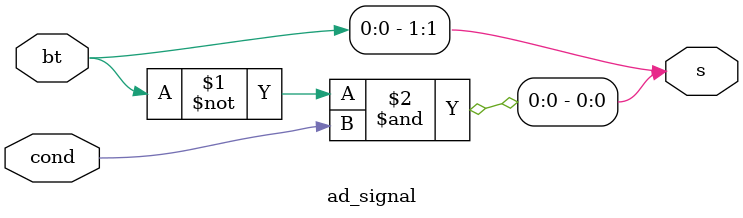
<source format=v>
module ad_signal(cond, bt, s);
	input cond;
	input bt;
	output [1:0] s;
	assign s = {bt, (~bt) & cond};
endmodule
	
</source>
